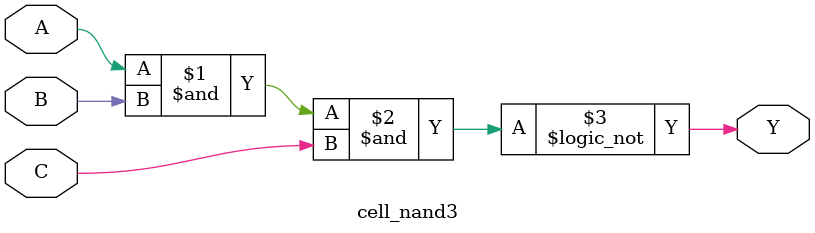
<source format=v>
`timescale 1ps/1ps
module cell_nand3
(
    input wire A,
    input wire B,
    input wire C,
    output wire Y
);
    assign Y = !(A & B & C);
endmodule

</source>
